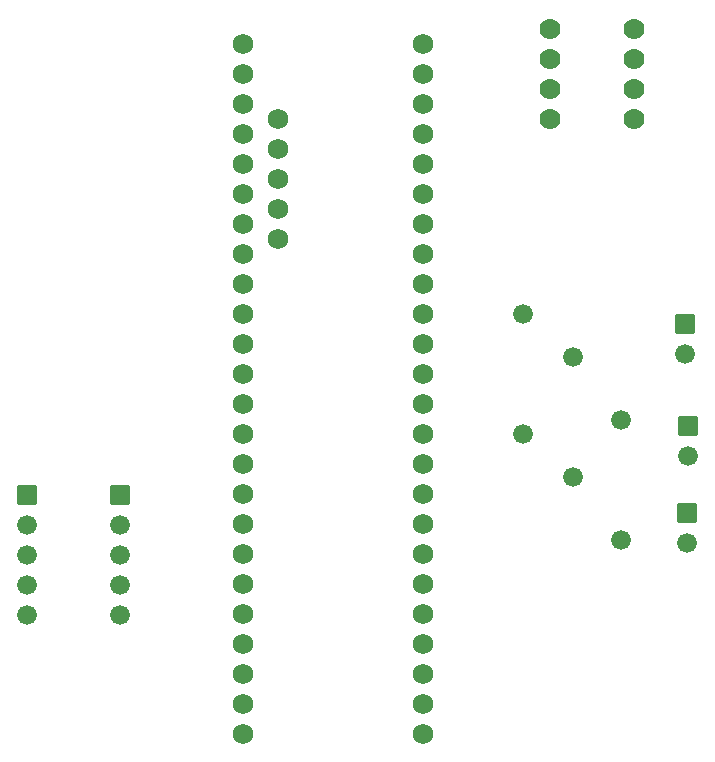
<source format=gts>
G04 Layer: TopSolderMaskLayer*
G04 EasyEDA v6.5.42, 2024-05-16 00:57:31*
G04 d9f469ff45594f39a9365f2809714314,1c3c6ee5999b4fae9b5d841b4a43d368,10*
G04 Gerber Generator version 0.2*
G04 Scale: 100 percent, Rotated: No, Reflected: No *
G04 Dimensions in millimeters *
G04 leading zeros omitted , absolute positions ,4 integer and 5 decimal *
%FSLAX45Y45*%
%MOMM*%

%AMMACRO1*1,1,$1,$2,$3*1,1,$1,$4,$5*1,1,$1,0-$2,0-$3*1,1,$1,0-$4,0-$5*20,1,$1,$2,$3,$4,$5,0*20,1,$1,$4,$5,0-$2,0-$3,0*20,1,$1,0-$2,0-$3,0-$4,0-$5,0*20,1,$1,0-$4,0-$5,$2,$3,0*4,1,4,$2,$3,$4,$5,0-$2,0-$3,0-$4,0-$5,$2,$3,0*%
%ADD10C,1.7782*%
%ADD11C,1.6764*%
%ADD12MACRO1,0.1016X0.7874X0.7874X0.7874X-0.7874*%
%ADD13MACRO1,0.1016X0.7875X0.7875X0.7875X-0.7875*%
%ADD14C,1.6766*%
%ADD15C,1.7272*%

%LPD*%
D10*
G01*
X482600Y3048000D03*
G01*
X482600Y2794000D03*
G01*
X482600Y2540000D03*
G01*
X482600Y2286000D03*
G01*
X1193800Y3048000D03*
G01*
X1193800Y2794000D03*
G01*
X1193800Y2540000D03*
G01*
X1193800Y2286000D03*
D11*
G01*
X-3949700Y-1917700D03*
G01*
X-3949700Y-1663700D03*
G01*
X-3949700Y-1409700D03*
G01*
X-3949700Y-1155700D03*
D12*
G01*
X-3949700Y-901700D03*
D11*
G01*
X-3162300Y-1917700D03*
G01*
X-3162300Y-1663700D03*
G01*
X-3162300Y-1409700D03*
G01*
X-3162300Y-1155700D03*
D12*
G01*
X-3162300Y-901700D03*
D13*
G01*
X1625600Y546100D03*
D14*
G01*
X1625600Y292100D03*
D13*
G01*
X1651000Y-317500D03*
D14*
G01*
X1651000Y-571500D03*
D13*
G01*
X1638300Y-1054100D03*
D14*
G01*
X1638300Y-1308100D03*
G01*
X254000Y-381000D03*
G01*
X254000Y635000D03*
G01*
X673100Y-749300D03*
G01*
X673100Y266700D03*
G01*
X1079500Y-1282700D03*
G01*
X1079500Y-266700D03*
D15*
G01*
X-2120900Y-2921000D03*
G01*
X-2120900Y-2413000D03*
G01*
X-2120900Y-2159000D03*
G01*
X-2120900Y-2667000D03*
G01*
X-2120900Y-1905000D03*
G01*
X-596900Y-2667000D03*
G01*
X-596900Y-2921000D03*
G01*
X-2120900Y-1651000D03*
G01*
X-596900Y-1651000D03*
G01*
X-596900Y-1905000D03*
G01*
X-596900Y-2159000D03*
G01*
X-596900Y-2413000D03*
G01*
X-2120900Y-1397000D03*
G01*
X-2120900Y-889000D03*
G01*
X-2120900Y-635000D03*
G01*
X-2120900Y-381000D03*
G01*
X-2120900Y-127000D03*
G01*
X-2120900Y127000D03*
G01*
X-2120900Y381000D03*
G01*
X-2120900Y635000D03*
G01*
X-2120900Y889000D03*
G01*
X-2120900Y1143000D03*
G01*
X-2120900Y1397000D03*
G01*
X-2120900Y1651000D03*
G01*
X-2120900Y1905000D03*
G01*
X-2120900Y2159000D03*
G01*
X-2120900Y2413000D03*
G01*
X-2120900Y2667000D03*
G01*
X-2120900Y2921000D03*
G01*
X-596900Y2921000D03*
G01*
X-596900Y2667000D03*
G01*
X-596900Y2413000D03*
G01*
X-596900Y2159000D03*
G01*
X-596900Y1905000D03*
G01*
X-596900Y1651000D03*
G01*
X-596900Y1397000D03*
G01*
X-596900Y1143000D03*
G01*
X-596900Y889000D03*
G01*
X-596900Y635000D03*
G01*
X-596900Y381000D03*
G01*
X-596900Y127000D03*
G01*
X-596900Y-127000D03*
G01*
X-596900Y-381000D03*
G01*
X-596900Y-635000D03*
G01*
X-596900Y-889000D03*
G01*
X-596900Y-1397000D03*
G01*
X-596900Y-1143000D03*
G01*
X-2120900Y-1143000D03*
G01*
X-1820900Y2286000D03*
G01*
X-1820900Y2032000D03*
G01*
X-1820900Y1778000D03*
G01*
X-1820900Y1524000D03*
G01*
X-1820900Y1270000D03*
M02*

</source>
